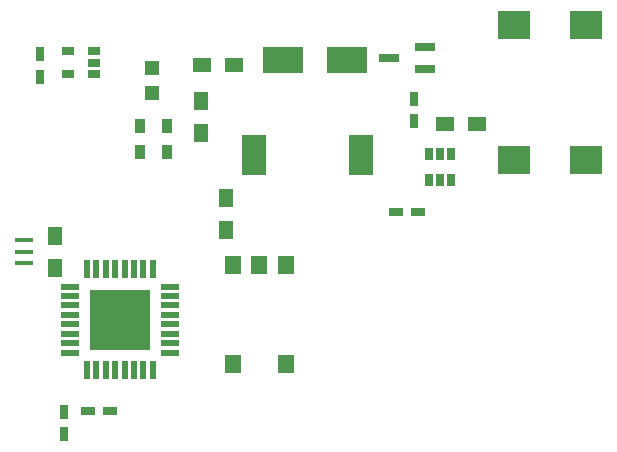
<source format=gtp>
%TF.GenerationSoftware,KiCad,Pcbnew,(after 2015-mar-04 BZR unknown)-product*%
%TF.CreationDate,2015-05-27T15:40:32-04:00*%
%TF.JobID,arduinoquad,61726475696E6F717561642E6B696361,rev?*%
%TF.FileFunction,Paste,Top*%
%FSLAX46Y46*%
G04 Gerber Fmt 4.6, Leading zero omitted, Abs format (unit mm)*
G04 Created by KiCad (PCBNEW (after 2015-mar-04 BZR unknown)-product) date 27/05/2015 3:40:32 PM*
%MOMM*%
G01*
G04 APERTURE LIST*
%ADD10C,0.100000*%
%ADD11R,1.400000X1.600000*%
%ADD12R,2.800000X2.400000*%
%ADD13R,3.500120X2.301240*%
%ADD14R,0.750000X1.200000*%
%ADD15R,1.200000X0.750000*%
%ADD16R,1.198880X1.198880*%
%ADD17R,0.650000X1.060000*%
%ADD18R,2.000000X3.500000*%
%ADD19R,1.800860X0.800100*%
%ADD20R,1.300000X1.500000*%
%ADD21R,1.500000X1.300000*%
%ADD22R,0.900000X1.200000*%
%ADD23R,1.060000X0.650000*%
%ADD24R,1.600000X0.300000*%
%ADD25R,0.550000X1.600000*%
%ADD26R,1.600000X0.550000*%
%ADD27R,5.080000X5.080000*%
G04 APERTURE END LIST*
D10*
D11*
X168560000Y-102505000D03*
X164060000Y-102505000D03*
X164060000Y-94095000D03*
X168560000Y-94095000D03*
X166310000Y-94095000D03*
D12*
X187900000Y-73800000D03*
X194000000Y-85200000D03*
X194000000Y-73800000D03*
X187900000Y-85200000D03*
D13*
X173700020Y-76800000D03*
X168299980Y-76800000D03*
D14*
X149750000Y-106550000D03*
X149750000Y-108450000D03*
D15*
X151800000Y-106500000D03*
X153700000Y-106500000D03*
D14*
X179400000Y-81950000D03*
X179400000Y-80050000D03*
D15*
X177850000Y-89600000D03*
X179750000Y-89600000D03*
D14*
X147750000Y-78200000D03*
X147750000Y-76300000D03*
D16*
X157250000Y-77450980D03*
X157250000Y-79549020D03*
D17*
X180650000Y-86900000D03*
X181600000Y-86900000D03*
X182550000Y-86900000D03*
X182550000Y-84700000D03*
X180650000Y-84700000D03*
X181600000Y-84700000D03*
D18*
X174900000Y-84800000D03*
X165900000Y-84800000D03*
D19*
X180301140Y-77550000D03*
X180301140Y-75650000D03*
X177298860Y-76600000D03*
D20*
X161400000Y-82950000D03*
X161400000Y-80250000D03*
D21*
X161450000Y-77200000D03*
X164150000Y-77200000D03*
D20*
X149000000Y-91650000D03*
X149000000Y-94350000D03*
X163490000Y-88490000D03*
X163490000Y-91190000D03*
D21*
X182050000Y-82200000D03*
X184750000Y-82200000D03*
D22*
X156250000Y-82400000D03*
X156250000Y-84600000D03*
X158500000Y-82400000D03*
X158500000Y-84600000D03*
D23*
X152350000Y-77950000D03*
X152350000Y-77000000D03*
X152350000Y-76050000D03*
X150150000Y-76050000D03*
X150150000Y-77950000D03*
D24*
X146400000Y-93000000D03*
X146400000Y-93950000D03*
X146400000Y-92050000D03*
D25*
X157300000Y-94500000D03*
X156500000Y-94500000D03*
X155700000Y-94500000D03*
X154900000Y-94500000D03*
X154100000Y-94500000D03*
X153300000Y-94500000D03*
X152500000Y-94500000D03*
X151700000Y-94500000D03*
D26*
X150250000Y-95950000D03*
X150250000Y-96750000D03*
X150250000Y-97550000D03*
X150250000Y-98350000D03*
X150250000Y-99150000D03*
X150250000Y-99950000D03*
X150250000Y-100750000D03*
X150250000Y-101550000D03*
D25*
X151700000Y-103000000D03*
X152500000Y-103000000D03*
X153300000Y-103000000D03*
X154100000Y-103000000D03*
X154900000Y-103000000D03*
X155700000Y-103000000D03*
X156500000Y-103000000D03*
X157300000Y-103000000D03*
D26*
X158750000Y-101550000D03*
X158750000Y-100750000D03*
X158750000Y-99950000D03*
X158750000Y-99150000D03*
X158750000Y-98350000D03*
X158750000Y-97550000D03*
X158750000Y-96750000D03*
X158750000Y-95950000D03*
D27*
X154500000Y-98750000D03*
M02*

</source>
